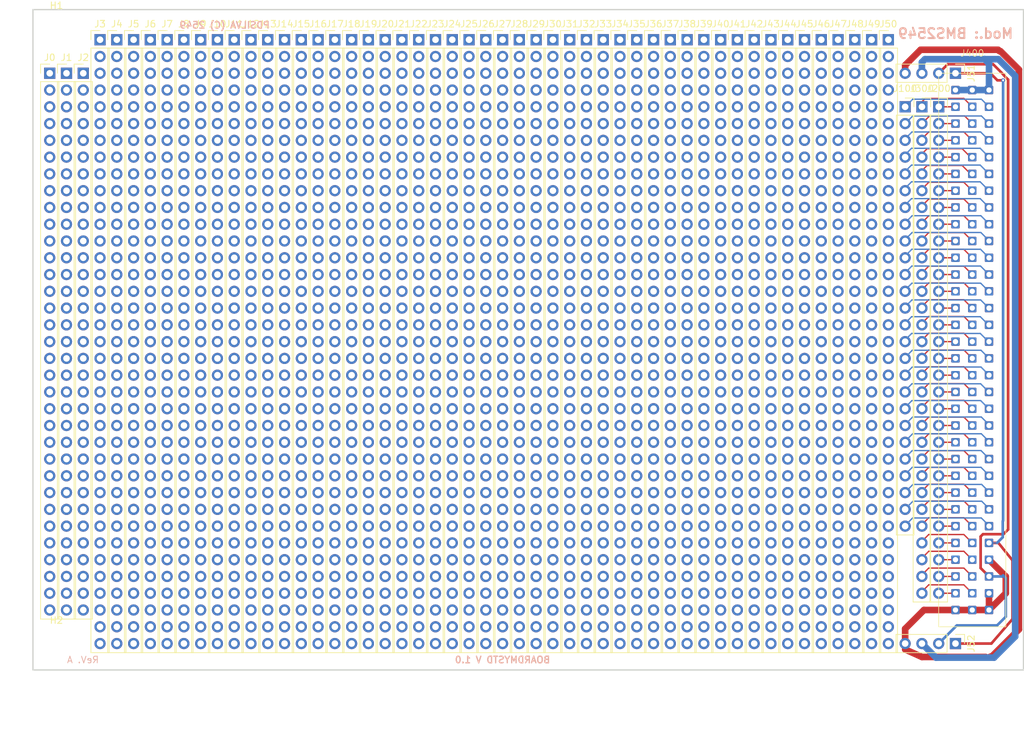
<source format=kicad_pcb>
(kicad_pcb (version 20241229) (generator "pcbnew") (generator_version "9.0")
  (layers (0 "F.Cu" signal) (2 "B.Cu" signal) (13 "F.Paste" user) (15 "B.Paste" user) (5 "F.SilkS" user "F.Silkscreen") (7 "B.SilkS" user "B.Silkscreen") (1 "F.Mask" user) (3 "B.Mask" user) (25 "Edge.Cuts" user))
  (net 0 "")
  (net 1810 "/{slash}WAIT")
  (net 1811 "/Res2")
  (net 1812 "/Res6")
  (net 1813 "/{slash}BERR")
  (net 1814 "/Res11")
  (net 1815 "/{slash}RFSH")
  (net 1816 "/Res8")
  (net 1817 "/Res7")
  (net 1818 "/{slash}VPA")
  (net 1819 "/{slash}SSO")
  (net 1820 "/{slash}LDS")
  (net 1821 "/Res3")
  (net 1822 "/{slash}DEN")
  (net 1823 "/{slash}UDS")
  (net 1824 "/{slash}VMA")
  (net 1825 "/{slash}INTA")
  (net 1826 "/{slash}BGACK")
  (net 1827 "/Res4")
  (net 1828 "/Res1")
  (net 1829 "/Res10")
  (net 1830 "/{slash}M1")
  (net 1831 "/Res5")
  (net 1832 "/ALE")
  (net 1833 "/DT{slash}R")
  (net 1834 "/Res9")
  (net 1835 "/M{slash}IO")
  (net 1836 "/A1")
  (net 1837 "/A7")
  (net 1838 "/A0")
  (net 1839 "/D5")
  (net 1840 "/D3")
  (net 1841 "/D10")
  (net 1842 "/D9")
  (net 1843 "/D14")
  (net 1844 "/A6")
  (net 1845 "/D1")
  (net 1846 "/A5")
  (net 1847 "/D8")
  (net 1848 "/A13")
  (net 1849 "/A2")
  (net 1850 "/D2")
  (net 1851 "/D12")
  (net 1852 "/A3")
  (net 1853 "/A11")
  (net 1854 "/D11")
  (net 1855 "/A9")
  (net 1856 "/A4")
  (net 1857 "/A10")
  (net 1858 "/D7")
  (net 1859 "/D15")
  (net 1860 "/A8")
  (net 1861 "/D0")
  (net 1862 "/D4")
  (net 1863 "/D6")
  (net 1864 "/D13")
  (net 1865 "/A12")
  (net 1866 "/IPL2")
  (net 1867 "/A17")
  (net 1868 "/A14")
  (net 1869 "/HLDA")
  (net 1870 "/Res12")
  (net 1871 "/{slash}RST")
  (net 1872 "/{slash}INTR")
  (net 1873 "/IAQ")
  (net 1874 "/A16")
  (net 1875 "/DBIN")
  (net 1876 "/E")
  (net 1877 "/IC3")
  (net 1878 "/A20")
  (net 1879 "/A21")
  (net 1880 "/IPL1")
  (net 1881 "/{slash}AS")
  (net 1882 "/RDY")
  (net 1883 "/CRUIN")
  (net 1884 "/{slash}WE")
  (net 1885 "/NMI")
  (net 1886 "/CRUCLK")
  (net 1887 "/{slash}RD")
  (net 1888 "/IPL0")
  (net 1889 "/A22")
  (net 1890 "/{slash}HALT")
  (net 1891 "/A15")
  (net 1892 "/A18")
  (net 1893 "/CRUOUT")
  (net 1894 "/A19")
  (net 1895 "/+5V")
  (net 1896 "/{slash}HOLD")
  (net 1897 "/-5V")
  (net 1898 "GND")
  (net 1899 "/+12V")
  (footprint "Connector_PinHeader_2.54mm:PinHeader_1x37_P2.54mm_Vertical" (layer "F.Cu") (at 38.1 35.56)
    (property "Reference" "J8")
    (property "Value" "Conn_01x37_Socket")
  )
  (footprint "Connector_PinHeader_2.54mm:PinHeader_1x37_P2.54mm_Vertical" (layer "F.Cu") (at 124.46 35.56)
    (property "Reference" "J42")
    (property "Value" "Conn_01x37_Socket")
  )
  (footprint "Connector_PinHeader_2.54mm:PinHeader_1x37_P2.54mm_Vertical" (layer "F.Cu") (at 30.48 35.56)
    (property "Reference" "J5")
    (property "Value" "Conn_01x37_Socket")
  )
  (footprint "Connector_PinHeader_2.54mm:PinHeader_1x37_P2.54mm_Vertical" (layer "F.Cu") (at 109.22 35.56)
    (property "Reference" "J36")
    (property "Value" "Conn_01x37_Socket")
  )
  (footprint "Connector_PinHeader_2.54mm:PinHeader_1x37_P2.54mm_Vertical" (layer "F.Cu") (at 25.4 35.56)
    (property "Reference" "J3")
    (property "Value" "Conn_01x37_Socket")
  )
  (footprint "Connector_PinHeader_2.54mm:PinHeader_1x37_P2.54mm_Vertical" (layer "F.Cu") (at 48.26 35.56)
    (property "Reference" "J12")
    (property "Value" "Conn_01x37_Socket")
  )
  (footprint "Connector_PinHeader_2.54mm:PinHeader_1x37_P2.54mm_Vertical" (layer "F.Cu") (at 101.6 35.56)
    (property "Reference" "J33")
    (property "Value" "Conn_01x37_Socket")
  )
  (footprint "Connector_PinHeader_2.54mm:PinHeader_1x33_P2.54mm_Vertical" (layer "F.Cu") (at 22.86 40.64)
    (property "Reference" "J2")
    (property "Value" "Conn_01x33_Socket")
  )
  (footprint "Connector_PinHeader_2.54mm:PinHeader_1x37_P2.54mm_Vertical" (layer "F.Cu") (at 68.58 35.56)
    (property "Reference" "J20")
    (property "Value" "Conn_01x37_Socket")
  )
  (footprint "Connector_PinHeader_2.54mm:PinHeader_1x37_P2.54mm_Vertical" (layer "F.Cu") (at 83.82 35.56)
    (property "Reference" "J26")
    (property "Value" "Conn_01x37_Socket")
  )
  (footprint "Connector_PinHeader_2.54mm:PinHeader_1x37_P2.54mm_Vertical" (layer "F.Cu") (at 60.96 35.56)
    (property "Reference" "J17")
    (property "Value" "Conn_01x37_Socket")
  )
  (footprint "Connector_PinHeader_2.54mm:PinHeader_1x37_P2.54mm_Vertical" (layer "F.Cu") (at 139.7 35.56)
    (property "Reference" "J48")
    (property "Value" "Conn_01x37_Socket")
  )
  (footprint "Connector_PinHeader_2.54mm:PinHeader_1x37_P2.54mm_Vertical" (layer "F.Cu") (at 88.9 35.56)
    (property "Reference" "J28")
    (property "Value" "Conn_01x37_Socket")
  )
  (footprint "Connector_PinHeader_2.54mm:PinHeader_1x37_P2.54mm_Vertical" (layer "F.Cu") (at 137.16 35.56)
    (property "Reference" "J47")
    (property "Value" "Conn_01x37_Socket")
  )
  (footprint "Connector_PinHeader_2.54mm:PinHeader_1x37_P2.54mm_Vertical" (layer "F.Cu") (at 78.74 35.56)
    (property "Reference" "J24")
    (property "Value" "Conn_01x37_Socket")
  )
  (footprint "Connector_PinHeader_2.54mm:PinHeader_1x37_P2.54mm_Vertical" (layer "F.Cu") (at 111.76 35.56)
    (property "Reference" "J37")
    (property "Value" "Conn_01x37_Socket")
  )
  (footprint "Connector_PinHeader_2.54mm:PinHeader_1x37_P2.54mm_Vertical" (layer "F.Cu") (at 86.36 35.56)
    (property "Reference" "J27")
    (property "Value" "Conn_01x37_Socket")
  )
  (footprint "Connector_PinHeader_2.54mm:PinHeader_1x37_P2.54mm_Vertical" (layer "F.Cu") (at 71.12 35.56)
    (property "Reference" "J21")
    (property "Value" "Conn_01x37_Socket")
  )
  (footprint "Connector_PinHeader_2.54mm:PinHeader_1x37_P2.54mm_Vertical" (layer "F.Cu") (at 50.8 35.56)
    (property "Reference" "J13")
    (property "Value" "Conn_01x37_Socket")
  )
  (footprint "Connector_PinHeader_2.54mm:PinHeader_1x37_P2.54mm_Vertical" (layer "F.Cu") (at 76.2 35.56)
    (property "Reference" "J23")
    (property "Value" "Conn_01x37_Socket")
  )
  (footprint "Connector_PinHeader_2.54mm:PinHeader_1x37_P2.54mm_Vertical" (layer "F.Cu") (at 134.62 35.56)
    (property "Reference" "J46")
    (property "Value" "Conn_01x37_Socket")
  )
  (footprint "Connector_PinSocket_2.54mm:PinSocket_1x26_P2.54mm_Vertical" (layer "F.Cu") (at 147.32 45.72)
    (property "Reference" "J100")
    (property "Value" "Conn_01x26_Socket")
  )
  (footprint "Connector_PinHeader_2.54mm:PinHeader_1x37_P2.54mm_Vertical" (layer "F.Cu") (at 129.54 35.56)
    (property "Reference" "J44")
    (property "Value" "Conn_01x37_Socket")
  )
  (footprint "Connector_PinHeader_2.54mm:PinHeader_1x37_P2.54mm_Vertical" (layer "F.Cu") (at 114.3 35.56)
    (property "Reference" "J38")
    (property "Value" "Conn_01x37_Socket")
  )
  (footprint "Connector_PinHeader_2.54mm:PinHeader_1x37_P2.54mm_Vertical" (layer "F.Cu") (at 91.44 35.56)
    (property "Reference" "J29")
    (property "Value" "Conn_01x37_Socket")
  )
  (footprint "Connector_PinHeader_2.54mm:PinHeader_1x37_P2.54mm_Vertical" (layer "F.Cu") (at 116.84 35.56)
    (property "Reference" "J39")
    (property "Value" "Conn_01x37_Socket")
  )
  (footprint "Connector_PinHeader_2.54mm:PinHeader_1x37_P2.54mm_Vertical" (layer "F.Cu") (at 73.66 35.56)
    (property "Reference" "J22")
    (property "Value" "Conn_01x37_Socket")
  )
  (footprint "Connector_PinHeader_2.54mm:PinHeader_1x04_P2.54mm_Vertical" (layer "F.Cu") (at 154.94 127 -90)
    (property "Reference" "J52")
    (property "Value" "Conn_01x04_Socket")
  )
  (footprint "Connector_PinHeader_2.54mm:PinHeader_1x37_P2.54mm_Vertical" (layer "F.Cu") (at 43.18 35.56)
    (property "Reference" "J10")
    (property "Value" "Conn_01x37_Socket")
  )
  (footprint "Connector_PinHeader_2.54mm:PinHeader_1x37_P2.54mm_Vertical" (layer "F.Cu") (at 121.92 35.56)
    (property "Reference" "J41")
    (property "Value" "Conn_01x37_Socket")
  )
  (footprint "MountingHole:MountingHole_3.2mm_M3" (layer "F.Cu") (at 18.796 34.544)
    (property "Reference" "H1")
    (property "Value" "MountingHole")
  )
  (footprint "Connector_PinHeader_2.54mm:PinHeader_1x37_P2.54mm_Vertical" (layer "F.Cu") (at 96.52 35.56)
    (property "Reference" "J31")
    (property "Value" "Conn_01x37_Socket")
  )
  (footprint "Connector_PinHeader_2.54mm:PinHeader_1x37_P2.54mm_Vertical" (layer "F.Cu") (at 55.88 35.56)
    (property "Reference" "J15")
    (property "Value" "Conn_01x37_Socket")
  )
  (footprint "Connector_PinHeader_2.54mm:PinHeader_1x37_P2.54mm_Vertical" (layer "F.Cu") (at 40.64 35.56)
    (property "Reference" "J9")
    (property "Value" "Conn_01x37_Socket")
  )
  (footprint "Connector_PinHeader_2.54mm:PinHeader_1x37_P2.54mm_Vertical" (layer "F.Cu") (at 106.68 35.56)
    (property "Reference" "J35")
    (property "Value" "Conn_01x37_Socket")
  )
  (footprint "Connector_PinHeader_2.54mm:PinHeader_1x37_P2.54mm_Vertical" (layer "F.Cu") (at 127 35.56)
    (property "Reference" "J43")
    (property "Value" "Conn_01x37_Socket")
  )
  (footprint "Connector_PinHeader_2.54mm:PinHeader_1x04_P2.54mm_Vertical" (layer "F.Cu") (at 154.94 40.64 -90)
    (property "Reference" "J51")
    (property "Value" "Conn_01x04_Socket")
  )
  (footprint "MountingHole:MountingHole_3.2mm_M3" (layer "F.Cu") (at 18.796 127.635)
    (property "Reference" "H2")
    (property "Value" "MountingHole")
  )
  (footprint "Connector_PinHeader_2.54mm:PinHeader_1x37_P2.54mm_Vertical" (layer "F.Cu") (at 142.24 35.56)
    (property "Reference" "J49")
    (property "Value" "Conn_01x37_Socket")
  )
  (footprint "Connector_PinHeader_2.54mm:PinHeader_1x37_P2.54mm_Vertical" (layer "F.Cu") (at 132.08 35.56)
    (property "Reference" "J45")
    (property "Value" "Conn_01x37_Socket")
  )
  (footprint "Connector_PinHeader_2.54mm:PinHeader_1x37_P2.54mm_Vertical" (layer "F.Cu") (at 35.56 35.56)
    (property "Reference" "J7")
    (property "Value" "Conn_01x37_Socket")
  )
  (footprint "Connector_PinHeader_2.54mm:PinHeader_1x37_P2.54mm_Vertical" (layer "F.Cu") (at 81.28 35.56)
    (property "Reference" "J25")
    (property "Value" "Conn_01x37_Socket")
  )
  (footprint "Connector_PinSocket_2.54mm:PinSocket_1x30_P2.54mm_Vertical" (layer "F.Cu") (at 149.86 45.72)
    (property "Reference" "J300")
    (property "Value" "Conn_01x30_Socket")
  )
  (footprint "Connector_PinHeader_2.54mm:PinHeader_1x33_P2.54mm_Vertical" (layer "F.Cu") (at 20.32 40.64)
    (property "Reference" "J1")
    (property "Value" "Conn_01x33_Socket")
  )
  (footprint "Connector_PinHeader_2.54mm:PinHeader_1x37_P2.54mm_Vertical" (layer "F.Cu") (at 27.94 35.56)
    (property "Reference" "J4")
    (property "Value" "Conn_01x37_Socket")
  )
  (footprint "Connector_PinHeader_2.54mm:PinHeader_1x37_P2.54mm_Vertical" (layer "F.Cu") (at 119.38 35.56)
    (property "Reference" "J40")
    (property "Value" "Conn_01x37_Socket")
  )
  (footprint "Connector_PinHeader_2.54mm:PinHeader_1x37_P2.54mm_Vertical" (layer "F.Cu") (at 33.02 35.56)
    (property "Reference" "J6")
    (property "Value" "Conn_01x37_Socket")
  )
  (footprint "Connector_PinHeader_2.54mm:PinHeader_1x37_P2.54mm_Vertical" (layer "F.Cu") (at 144.78 35.56)
    (property "Reference" "J50")
    (property "Value" "Conn_01x37_Socket")
  )
  (footprint "Connector_PinSocket_2.54mm:PinSocket_1x30_P2.54mm_Vertical" (layer "F.Cu") (at 152.4 45.72)
    (property "Reference" "J200")
    (property "Value" "Conn_01x30_Socket")
  )
  (footprint "Connector_PinHeader_2.54mm:PinHeader_1x37_P2.54mm_Vertical" (layer "F.Cu") (at 45.72 35.56)
    (property "Reference" "J11")
    (property "Value" "Conn_01x37_Socket")
  )
  (footprint "Connector_PinHeader_2.54mm:PinHeader_1x37_P2.54mm_Vertical" (layer "F.Cu") (at 99.06 35.56)
    (property "Reference" "J32")
    (property "Value" "Conn_01x37_Socket")
  )
  (footprint "Connector_PinHeader_2.54mm:PinHeader_1x37_P2.54mm_Vertical" (layer "F.Cu") (at 93.98 35.56)
    (property "Reference" "J30")
    (property "Value" "Conn_01x37_Socket")
  )
  (footprint "Connector_PinHeader_2.54mm:PinHeader_1x37_P2.54mm_Vertical" (layer "F.Cu") (at 53.34 35.56)
    (property "Reference" "J14")
    (property "Value" "Conn_01x37_Socket")
  )
  (footprint "Connector_PinHeader_2.54mm:PinHeader_1x37_P2.54mm_Vertical" (layer "F.Cu") (at 104.14 35.56)
    (property "Reference" "J34")
    (property "Value" "Conn_01x37_Socket")
  )
  (footprint "Connector_PinHeader_2.54mm:PinHeader_1x37_P2.54mm_Vertical" (layer "F.Cu") (at 66.04 35.56)
    (property "Reference" "J19")
    (property "Value" "Conn_01x37_Socket")
  )
  (footprint "Connector_PinHeader_2.54mm:PinHeader_1x37_P2.54mm_Vertical" (layer "F.Cu") (at 63.5 35.56)
    (property "Reference" "J18")
    (property "Value" "Conn_01x37_Socket" (hide yes))
  )
  (footprint "Connector_PinHeader_2.54mm:PinHeader_1x37_P2.54mm_Vertical" (layer "F.Cu") (at 58.42 35.56)
    (property "Reference" "J16")
    (property "Value" "Conn_01x37_Socket")
  )
  (footprint "Connector_PinHeader_2.54mm:PinHeader_1x33_P2.54mm_Vertical" (layer "F.Cu") (at 17.78 40.64)
    (property "Reference" "J0")
    (property "Value" "Conn_01x33_Socket")
  )
  (footprint "ConnPdSilva:conn_euro96" (layer "F.Cu") (at 157.48 38.1)
    (property "Reference" "J400")
    (property "Value" "~")
  )
  (gr_rect (start 15.24 31) (end 165.24 131) (stroke (width 0.2)) (fill no) (layer "Edge.Cuts"))
  (gr_text "ReV. A" (at 25.2984 130.048 0) (layer "B.SilkS") (effects (font (size 1 1) (thickness 0.125)) (justify left bottom mirror)))
  (gr_text "PDSILVA (C) 2549" (at 51.2064 33.9344 0) (layer "B.SilkS") (effects (font (size 1 1) (thickness 0.2) (bold yes)) (justify left bottom mirror)))
  (gr_text "Mod.: BMS2549" (at 163.83 35.5092 0) (layer "B.SilkS") (effects (font (size 1.5 1.5) (thickness 0.3) (bold yes)) (justify left bottom mirror)))
  (gr_text "BOARDMYSTD V 1.0" (at 93.6752 130.048 0) (layer "B.SilkS") (effects (font (size 1 1) (thickness 0.2) (bold yes)) (justify left bottom mirror)))
  (segment (start 148.3527 74.9641) (end 158.7507 74.9641) (width 0.2) (layer "B.Cu") (net 1810))
  (segment (start 147.2017 76.1151) (end 148.3527 74.9641) (width 0.2) (layer "B.Cu") (net 1810))
  (segment (start 158.7507 74.9641) (end 159.9017 76.1151) (width 0.2) (layer "B.Cu") (net 1810))
  (segment (start 158.8015 85.1241) (end 159.9525 86.2751) (width 0.2) (layer "B.Cu") (net 1811))
  (segment (start 147.2525 86.2751) (end 148.4035 85.1241) (width 0.2) (layer "B.Cu") (net 1811))
  (segment (start 148.4035 85.1241) (end 158.8015 85.1241) (width 0.2) (layer "B.Cu") (net 1811))
  (segment (start 158.8523 95.2333) (end 160.0033 96.3843) (width 0.2) (layer "B.Cu") (net 1812))
  (segment (start 148.4543 95.2333) (end 158.8523 95.2333) (width 0.2) (layer "B.Cu") (net 1812))
  (segment (start 147.3033 96.3843) (end 148.4543 95.2333) (width 0.2) (layer "B.Cu") (net 1812))
  (segment (start 147.201 50.681) (end 148.352 49.53) (width 0.2) (layer "B.Cu") (net 1813))
  (segment (start 158.75 49.53) (end 159.901 50.681) (width 0.2) (layer "B.Cu") (net 1813))
  (segment (start 148.352 49.53) (end 158.75 49.53) (width 0.2) (layer "B.Cu") (net 1813))
  (segment (start 147.3033 109.1351) (end 148.4543 107.9841) (width 0.2) (layer "B.Cu") (net 1814))
  (segment (start 158.8523 107.9841) (end 160.0033 109.1351) (width 0.2) (layer "B.Cu") (net 1814))
  (segment (start 148.4543 107.9841) (end 158.8523 107.9841) (width 0.2) (layer "B.Cu") (net 1814))
  (segment (start 147.1509 81.1951) (end 148.3019 80.0441) (width 0.2) (layer "B.Cu") (net 1815))
  (segment (start 148.3019 80.0441) (end 158.6999 80.0441) (width 0.2) (layer "B.Cu") (net 1815))
  (segment (start 158.6999 80.0441) (end 159.8509 81.1951) (width 0.2) (layer "B.Cu") (net 1815))
  (segment (start 147.2525 101.4643) (end 148.4035 100.3133) (width 0.2) (layer "B.Cu") (net 1816))
  (segment (start 158.8015 100.3133) (end 159.9525 101.4643) (width 0.2) (layer "B.Cu") (net 1816))
  (segment (start 148.4035 100.3133) (end 158.8015 100.3133) (width 0.2) (layer "B.Cu") (net 1816))
  (segment (start 147.2525 98.9243) (end 148.4035 97.7733) (width 0.2) (layer "B.Cu") (net 1817))
  (segment (start 158.8015 97.7733) (end 159.9525 98.9243) (width 0.2) (layer "B.Cu") (net 1817))
  (segment (start 148.4035 97.7733) (end 158.8015 97.7733) (width 0.2) (layer "B.Cu") (net 1817))
  (segment (start 158.869 47.109) (end 160.02 48.26) (width 0.2) (layer "B.Cu") (net 1818))
  (segment (start 148.471 47.109) (end 158.869 47.109) (width 0.2) (layer "B.Cu") (net 1818))
  (segment (start 147.32 48.26) (end 148.471 47.109) (width 0.2) (layer "B.Cu") (net 1818))
  (segment (start 147.2017 73.5751) (end 148.3527 72.4241) (width 0.2) (layer "B.Cu") (net 1819))
  (segment (start 148.3527 72.4241) (end 158.7507 72.4241) (width 0.2) (layer "B.Cu") (net 1819))
  (segment (start 158.7507 72.4241) (end 159.9017 73.5751) (width 0.2) (layer "B.Cu") (net 1819))
  (segment (start 158.6825 54.5425) (end 159.8335 55.6935) (width 0.2) (layer "B.Cu") (net 1820))
  (segment (start 147.1335 55.6935) (end 148.2845 54.5425) (width 0.2) (layer "B.Cu") (net 1820))
  (segment (start 148.2845 54.5425) (end 158.6825 54.5425) (width 0.2) (layer "B.Cu") (net 1820))
  (segment (start 147.2017 88.8151) (end 148.3527 87.6641) (width 0.2) (layer "B.Cu") (net 1821))
  (segment (start 158.7507 87.6641) (end 159.9017 88.8151) (width 0.2) (layer "B.Cu") (net 1821))
  (segment (start 148.3527 87.6641) (end 158.7507 87.6641) (width 0.2) (layer "B.Cu") (net 1821))
  (segment (start 147.2351 65.9043) (end 148.3861 64.7533) (width 0.2) (layer "B.Cu") (net 1822))
  (segment (start 148.3861 64.7533) (end 158.7841 64.7533) (width 0.2) (layer "B.Cu") (net 1822))
  (segment (start 158.7841 64.7533) (end 159.9351 65.9043) (width 0.2) (layer "B.Cu") (net 1822))
  (segment (start 158.6825 57.0825) (end 159.8335 58.2335) (width 0.2) (layer "B.Cu") (net 1823))
  (segment (start 148.2845 57.0825) (end 158.6825 57.0825) (width 0.2) (layer "B.Cu") (net 1823))
  (segment (start 147.1335 58.2335) (end 148.2845 57.0825) (width 0.2) (layer "B.Cu") (net 1823))
  (segment (start 148.471 44.569) (end 158.869 44.569) (width 0.2) (layer "B.Cu") (net 1824))
  (segment (start 158.869 44.569) (end 160.02 45.72) (width 0.2) (layer "B.Cu") (net 1824))
  (segment (start 147.32 45.72) (end 148.471 44.569) (width 0.2) (layer "B.Cu") (net 1824))
  (segment (start 147.1335 60.7735) (end 148.2845 59.6225) (width 0.2) (layer "B.Cu") (net 1825))
  (segment (start 148.2845 59.6225) (end 158.6825 59.6225) (width 0.2) (layer "B.Cu") (net 1825))
  (segment (start 158.6825 59.6225) (end 159.8335 60.7735) (width 0.2) (layer "B.Cu") (net 1825))
  (segment (start 158.6825 52.0025) (end 159.8335 53.1535) (width 0.2) (layer "B.Cu") (net 1826))
  (segment (start 148.2845 52.0025) (end 158.6825 52.0025) (width 0.2) (layer "B.Cu") (net 1826))
  (segment (start 147.1335 53.1535) (end 148.2845 52.0025) (width 0.2) (layer "B.Cu") (net 1826))
  (segment (start 148.3527 90.2041) (end 158.7507 90.2041) (width 0.2) (layer "B.Cu") (net 1827))
  (segment (start 158.7507 90.2041) (end 159.9017 91.3551) (width 0.2) (layer "B.Cu") (net 1827))
  (segment (start 147.2017 91.3551) (end 148.3527 90.2041) (width 0.2) (layer "B.Cu") (net 1827))
  (segment (start 148.4035 82.5841) (end 158.8015 82.5841) (width 0.2) (layer "B.Cu") (net 1828))
  (segment (start 147.2525 83.7351) (end 148.4035 82.5841) (width 0.2) (layer "B.Cu") (net 1828))
  (segment (start 158.8015 82.5841) (end 159.9525 83.7351) (width 0.2) (layer "B.Cu") (net 1828))
  (segment (start 147.3541 106.5951) (end 148.5051 105.4441) (width 0.2) (layer "B.Cu") (net 1829))
  (segment (start 148.5051 105.4441) (end 158.9031 105.4441) (width 0.2) (layer "B.Cu") (net 1829))
  (segment (start 158.9031 105.4441) (end 160.0541 106.5951) (width 0.2) (layer "B.Cu") (net 1829))
  (segment (start 158.6999 77.5041) (end 159.8509 78.6551) (width 0.2) (layer "B.Cu") (net 1830))
  (segment (start 148.3019 77.5041) (end 158.6999 77.5041) (width 0.2) (layer "B.Cu") (net 1830))
  (segment (start 147.1509 78.6551) (end 148.3019 77.5041) (width 0.2) (layer "B.Cu") (net 1830))
  (segment (start 148.4543 92.6933) (end 158.8523 92.6933) (width 0.2) (layer "B.Cu") (net 1831))
  (segment (start 147.3033 93.8443) (end 148.4543 92.6933) (width 0.2) (layer "B.Cu") (net 1831))
  (segment (start 158.8523 92.6933) (end 160.0033 93.8443) (width 0.2) (layer "B.Cu") (net 1831))
  (segment (start 147.2351 63.3643) (end 148.3861 62.2133) (width 0.2) (layer "B.Cu") (net 1832))
  (segment (start 158.7841 62.2133) (end 159.9351 63.3643) (width 0.2) (layer "B.Cu") (net 1832))
  (segment (start 148.3861 62.2133) (end 158.7841 62.2133) (width 0.2) (layer "B.Cu") (net 1832))
  (segment (start 148.3353 67.2933) (end 158.7333 67.2933) (width 0.2) (layer "B.Cu") (net 1833))
  (segment (start 158.7333 67.2933) (end 159.8843 68.4443) (width 0.2) (layer "B.Cu") (net 1833))
  (segment (start 147.1843 68.4443) (end 148.3353 67.2933) (width 0.2) (layer "B.Cu") (net 1833))
  (segment (start 158.9031 102.9041) (end 160.0541 104.0551) (width 0.2) (layer "B.Cu") (net 1834))
  (segment (start 147.3541 104.0551) (end 148.5051 102.9041) (width 0.2) (layer "B.Cu") (net 1834))
  (segment (start 148.5051 102.9041) (end 158.9031 102.9041) (width 0.2) (layer "B.Cu") (net 1834))
  (segment (start 158.7333 69.8333) (end 159.8843 70.9843) (width 0.2) (layer "B.Cu") (net 1835))
  (segment (start 148.3353 69.8333) (end 158.7333 69.8333) (width 0.2) (layer "B.Cu") (net 1835))
  (segment (start 147.1843 70.9843) (end 148.3353 69.8333) (width 0.2) (layer "B.Cu") (net 1835))
  (segment (start 154.94 88.9) (end 152.4 88.9) (width 0.2) (layer "F.Cu") (net 1836))
  (segment (start 154.94 104.14) (end 152.4 104.14) (width 0.2) (layer "F.Cu") (net 1837))
  (segment (start 152.4 86.36) (end 154.94 86.36) (width 0.2) (layer "F.Cu") (net 1838))
  (segment (start 152.4 58.42) (end 154.94 58.42) (width 0.2) (layer "F.Cu") (net 1839))
  (segment (start 152.4 53.34) (end 154.94 53.34) (width 0.2) (layer "F.Cu") (net 1840))
  (segment (start 154.94 71.12) (end 152.4 71.12) (width 0.2) (layer "F.Cu") (net 1841))
  (segment (start 152.4 68.58) (end 154.94 68.58) (width 0.2) (layer "F.Cu") (net 1842))
  (segment (start 154.94 81.28) (end 152.4 81.28) (width 0.2) (layer "F.Cu") (net 1843))
  (segment (start 152.4 101.6) (end 154.94 101.6) (width 0.2) (layer "F.Cu") (net 1844))
  (segment (start 152.4 48.26) (end 154.94 48.26) (width 0.2) (layer "F.Cu") (net 1845))
  (segment (start 154.94 99.06) (end 152.4 99.06) (width 0.2) (layer "F.Cu") (net 1846))
  (segment (start 154.94 66.04) (end 152.4 66.04) (width 0.2) (layer "F.Cu") (net 1847))
  (segment (start 154.94 119.38) (end 152.4 119.38) (width 0.2) (layer "F.Cu") (net 1848))
  (segment (start 152.4 91.44) (end 154.94 91.44) (width 0.2) (layer "F.Cu") (net 1849))
  (segment (start 152.4 50.8) (end 154.94 50.8) (width 0.2) (layer "F.Cu") (net 1850))
  (segment (start 154.94 76.2) (end 152.4 76.2) (width 0.2) (layer "F.Cu") (net 1851))
  (segment (start 152.4 93.98) (end 154.94 93.98) (width 0.2) (layer "F.Cu") (net 1852))
  (segment (start 154.94 114.3) (end 152.4 114.3) (width 0.2) (layer "F.Cu") (net 1853))
  (segment (start 152.4 73.66) (end 154.94 73.66) (width 0.2) (layer "F.Cu") (net 1854))
  (segment (start 154.94 109.22) (end 152.4 109.22) (width 0.2) (layer "F.Cu") (net 1855))
  (segment (start 152.4 96.52) (end 154.94 96.52) (width 0.2) (layer "F.Cu") (net 1856))
  (segment (start 152.4 111.76) (end 154.94 111.76) (width 0.2) (layer "F.Cu") (net 1857))
  (segment (start 152.4 63.5) (end 154.94 63.5) (width 0.2) (layer "F.Cu") (net 1858))
  (segment (start 152.4 83.82) (end 154.94 83.82) (width 0.2) (layer "F.Cu") (net 1859))
  (segment (start 152.4 106.68) (end 154.94 106.68) (width 0.2) (layer "F.Cu") (net 1860))
  (segment (start 152.4 45.72) (end 154.94 45.72) (width 0.2) (layer "F.Cu") (net 1861))
  (segment (start 154.94 55.88) (end 152.4 55.88) (width 0.2) (layer "F.Cu") (net 1862))
  (segment (start 154.94 60.96) (end 152.4 60.96) (width 0.2) (layer "F.Cu") (net 1863))
  (segment (start 152.4 78.74) (end 154.94 78.74) (width 0.2) (layer "F.Cu") (net 1864))
  (segment (start 152.4 116.84) (end 154.94 116.84) (width 0.2) (layer "F.Cu") (net 1865))
  (segment (start 156.21 80.01) (end 157.361 81.161) (width 0.2) (layer "F.Cu") (net 1866))
  (segment (start 150.892 80.01) (end 156.21 80.01) (width 0.2) (layer "F.Cu") (net 1866))
  (segment (start 149.741 81.161) (end 150.892 80.01) (width 0.2) (layer "F.Cu") (net 1866))
  (segment (start 156.21 110.49) (end 157.361 111.641) (width 0.2) (layer "F.Cu") (net 1867))
  (segment (start 150.892 110.49) (end 156.21 110.49) (width 0.2) (layer "F.Cu") (net 1867))
  (segment (start 149.741 111.641) (end 150.892 110.49) (width 0.2) (layer "F.Cu") (net 1867))
  (segment (start 156.21 118.11) (end 157.361 119.261) (width 0.2) (layer "F.Cu") (net 1868))
  (segment (start 150.892 118.11) (end 156.21 118.11) (width 0.2) (layer "F.Cu") (net 1868))
  (segment (start 149.741 119.261) (end 150.892 118.11) (width 0.2) (layer "F.Cu") (net 1868))
  (segment (start 150.892 90.17) (end 156.21 90.17) (width 0.2) (layer "F.Cu") (net 1869))
  (segment (start 149.741 91.321) (end 150.892 90.17) (width 0.2) (layer "F.Cu") (net 1869))
  (segment (start 156.21 90.17) (end 157.361 91.321) (width 0.2) (layer "F.Cu") (net 1869))
  (segment (start 150.892 95.25) (end 156.21 95.25) (width 0.2) (layer "F.Cu") (net 1870))
  (segment (start 149.741 96.401) (end 150.892 95.25) (width 0.2) (layer "F.Cu") (net 1870))
  (segment (start 156.21 95.25) (end 157.361 96.401) (width 0.2) (layer "F.Cu") (net 1870))
  (segment (start 156.21 87.63) (end 157.361 88.781) (width 0.2) (layer "F.Cu") (net 1871))
  (segment (start 149.741 88.781) (end 150.892 87.63) (width 0.2) (layer "F.Cu") (net 1871))
  (segment (start 150.892 87.63) (end 156.21 87.63) (width 0.2) (layer "F.Cu") (net 1871))
  (segment (start 156.21 59.69) (end 157.361 60.841) (width 0.2) (layer "F.Cu") (net 1872))
  (segment (start 149.741 60.841) (end 150.892 59.69) (width 0.2) (layer "F.Cu") (net 1872))
  (segment (start 150.892 59.69) (end 156.21 59.69) (width 0.2) (layer "F.Cu") (net 1872))
  (segment (start 150.892 57.15) (end 156.21 57.15) (width 0.2) (layer "F.Cu") (net 1873))
  (segment (start 156.21 57.15) (end 157.361 58.301) (width 0.2) (layer "F.Cu") (net 1873))
  (segment (start 149.741 58.301) (end 150.892 57.15) (width 0.2) (layer "F.Cu") (net 1873))
  (segment (start 150.892 113.03) (end 156.21 113.03) (width 0.2) (layer "F.Cu") (net 1874))
  (segment (start 156.21 113.03) (end 157.361 114.181) (width 0.2) (layer "F.Cu") (net 1874))
  (segment (start 149.741 114.181) (end 150.892 113.03) (width 0.2) (layer "F.Cu") (net 1874))
  (segment (start 150.638 54.61) (end 155.956 54.61) (width 0.2) (layer "F.Cu") (net 1875))
  (segment (start 155.956 54.61) (end 157.107 55.761) (width 0.2) (layer "F.Cu") (net 1875))
  (segment (start 149.487 55.761) (end 150.638 54.61) (width 0.2) (layer "F.Cu") (net 1875))
  (segment (start 156.21 44.45) (end 157.48 45.72) (width 0.2) (layer "F.Cu") (net 1876))
  (segment (start 150.368 44.45) (end 156.21 44.45) (width 0.2) (layer "F.Cu") (net 1876))
  (segment (start 149.86 44.958) (end 150.368 44.45) (width 0.2) (layer "F.Cu") (net 1876))
  (segment (start 149.86 45.72) (end 149.86 44.958) (width 0.2) (layer "F.Cu") (net 1876))
  (segment (start 149.741 78.621) (end 150.892 77.47) (width 0.2) (layer "F.Cu") (net 1877))
  (segment (start 156.21 77.47) (end 157.361 78.621) (width 0.2) (layer "F.Cu") (net 1877))
  (segment (start 150.892 77.47) (end 156.21 77.47) (width 0.2) (layer "F.Cu") (net 1877))
  (segment (start 150.892 102.87) (end 156.21 102.87) (width 0.2) (layer "F.Cu") (net 1878))
  (segment (start 156.21 102.87) (end 157.361 104.021) (width 0.2) (layer "F.Cu") (net 1878))
  (segment (start 149.741 104.021) (end 150.892 102.87) (width 0.2) (layer "F.Cu") (net 1878))
  (segment (start 150.892 100.33) (end 156.21 100.33) (width 0.2) (layer "F.Cu") (net 1879))
  (segment (start 156.21 100.33) (end 157.361 101.481) (width 0.2) (layer "F.Cu") (net 1879))
  (segment (start 149.741 101.481) (end 150.892 100.33) (width 0.2) (layer "F.Cu") (net 1879))
  (segment (start 156.21 82.55) (end 157.361 83.701) (width 0.2) (layer "F.Cu") (net 1880))
  (segment (start 150.892 82.55) (end 156.21 82.55) (width 0.2) (layer "F.Cu") (net 1880))
  (segment (start 149.741 83.701) (end 150.892 82.55) (width 0.2) (layer "F.Cu") (net 1880))
  (segment (start 150.892 67.31) (end 156.21 67.31) (width 0.2) (layer "F.Cu") (net 1881))
  (segment (start 149.741 68.461) (end 150.892 67.31) (width 0.2) (layer "F.Cu") (net 1881))
  (segment (start 156.21 67.31) (end 157.361 68.461) (width 0.2) (layer "F.Cu") (net 1881))
  (segment (start 149.741 71.001) (end 150.892 69.85) (width 0.2) (layer "F.Cu") (net 1882))
  (segment (start 156.21 69.85) (end 157.361 71.001) (width 0.2) (layer "F.Cu") (net 1882))
  (segment (start 150.892 69.85) (end 156.21 69.85) (width 0.2) (layer "F.Cu") (net 1882))
  (segment (start 150.892 49.53) (end 156.21 49.53) (width 0.2) (layer "F.Cu") (net 1883))
  (segment (start 149.741 50.681) (end 150.892 49.53) (width 0.2) (layer "F.Cu") (net 1883))
  (segment (start 156.21 49.53) (end 157.361 50.681) (width 0.2) (layer "F.Cu") (net 1883))
  (segment (start 150.892 74.93) (end 156.21 74.93) (width 0.2) (layer "F.Cu") (net 1884))
  (segment (start 149.741 76.081) (end 150.892 74.93) (width 0.2) (layer "F.Cu") (net 1884))
  (segment (start 156.21 74.93) (end 157.361 76.081) (width 0.2) (layer "F.Cu") (net 1884))
  (segment (start 149.741 63.381) (end 150.892 62.23) (width 0.2) (layer "F.Cu") (net 1885))
  (segment (start 150.892 62.23) (end 156.21 62.23) (width 0.2) (layer "F.Cu") (net 1885))
  (segment (start 156.21 62.23) (end 157.361 63.381) (width 0.2) (layer "F.Cu") (net 1885))
  (segment (start 151.011 47.109) (end 156.329 47.109) (width 0.2) (layer "F.Cu") (net 1886))
  (segment (start 149.86 48.26) (end 151.011 47.109) (width 0.2) (layer "F.Cu") (net 1886))
  (segment (start 156.329 47.109) (end 157.48 48.26) (width 0.2) (layer "F.Cu") (net 1886))
  (segment (start 149.741 73.541) (end 150.892 72.39) (width 0.2) (layer "F.Cu") (net 1887))
  (segment (start 150.892 72.39) (end 156.21 72.39) (width 0.2) (layer "F.Cu") (net 1887))
  (segment (start 156.21 72.39) (end 157.361 73.541) (width 0.2) (layer "F.Cu") (net 1887))
  (segment (start 150.892 85.09) (end 156.21 85.09) (width 0.2) (layer "F.Cu") (net 1888))
  (segment (start 149.741 86.241) (end 150.892 85.09) (width 0.2) (layer "F.Cu") (net 1888))
  (segment (start 156.21 85.09) (end 157.361 86.241) (width 0.2) (layer "F.Cu") (net 1888))
  (segment (start 150.892 97.79) (end 156.21 97.79) (width 0.2) (layer "F.Cu") (net 1889))
  (segment (start 149.741 98.941) (end 150.892 97.79) (width 0.2) (layer "F.Cu") (net 1889))
  (segment (start 156.21 97.79) (end 157.361 98.941) (width 0.2) (layer "F.Cu") (net 1889))
  (segment (start 150.892 92.71) (end 156.21 92.71) (width 0.2) (layer "F.Cu") (net 1890))
  (segment (start 156.21 92.71) (end 157.361 93.861) (width 0.2) (layer "F.Cu") (net 1890))
  (segment (start 149.741 93.861) (end 150.892 92.71) (width 0.2) (layer "F.Cu") (net 1890))
  (segment (start 156.21 115.57) (end 157.361 116.721) (width 0.2) (layer "F.Cu") (net 1891))
  (segment (start 150.892 115.57) (end 156.21 115.57) (width 0.2) (layer "F.Cu") (net 1891))
  (segment (start 149.741 116.721) (end 150.892 115.57) (width 0.2) (layer "F.Cu") (net 1891))
  (segment (start 149.741 109.101) (end 150.892 107.95) (width 0.2) (layer "F.Cu") (net 1892))
  (segment (start 156.21 107.95) (end 157.361 109.101) (width 0.2) (layer "F.Cu") (net 1892))
  (segment (start 150.892 107.95) (end 156.21 107.95) (width 0.2) (layer "F.Cu") (net 1892))
  (segment (start 155.956 52.07) (end 157.107 53.221) (width 0.2) (layer "F.Cu") (net 1893))
  (segment (start 149.487 53.221) (end 150.638 52.07) (width 0.2) (layer "F.Cu") (net 1893))
  (segment (start 150.638 52.07) (end 155.956 52.07) (width 0.2) (layer "F.Cu") (net 1893))
  (segment (start 150.892 105.41) (end 156.21 105.41) (width 0.2) (layer "F.Cu") (net 1894))
  (segment (start 156.21 105.41) (end 157.361 106.561) (width 0.2) (layer "F.Cu") (net 1894))
  (segment (start 149.741 106.561) (end 150.892 105.41) (width 0.2) (layer "F.Cu") (net 1894))
  (segment (start 160.02 43.18) (end 160.02 39.1668) (width 1) (layer "B.Cu") (net 1895))
  (segment (start 163.9824 125.9332) (end 163.9824 41.0464) (width 1) (layer "B.Cu") (net 1895))
  (segment (start 149.86 38.9636) (end 149.86 40.64) (width 1) (layer "B.Cu") (net 1895))
  (segment (start 157.48 43.18) (end 154.94 43.18) (width 1) (layer "B.Cu") (net 1895))
  (segment (start 160.782 129.1336) (end 163.9824 125.9332) (width 1) (layer "B.Cu") (net 1895))
  (segment (start 150.3172 38.5064) (end 149.86 38.9636) (width 1) (layer "B.Cu") (net 1895))
  (segment (start 160.02 39.1668) (end 159.3596 38.5064) (width 1) (layer "B.Cu") (net 1895))
  (segment (start 149.86 127) (end 151.9936 129.1336) (width 1) (layer "B.Cu") (net 1895))
  (segment (start 151.9936 129.1336) (end 160.782 129.1336) (width 1) (layer "B.Cu") (net 1895))
  (segment (start 161.4424 38.5064) (end 159.3596 38.5064) (width 1) (layer "B.Cu") (net 1895))
  (segment (start 163.9824 41.0464) (end 161.4424 38.5064) (width 1) (layer "B.Cu") (net 1895))
  (segment (start 159.3596 38.5064) (end 150.3172 38.5064) (width 1) (layer "B.Cu") (net 1895))
  (segment (start 157.48 43.18) (end 160.02 43.18) (width 1) (layer "B.Cu") (net 1895))
  (segment (start 156.21 64.77) (end 157.361 65.921) (width 0.2) (layer "F.Cu") (net 1896))
  (segment (start 149.741 65.921) (end 150.892 64.77) (width 0.2) (layer "F.Cu") (net 1896))
  (segment (start 150.892 64.77) (end 156.21 64.77) (width 0.2) (layer "F.Cu") (net 1896))
  (segment (start 162.2552 40.9448) (end 162.9156 41.6052) (width 0.4) (layer "F.Cu") (net 1897))
  (segment (start 160.6296 39.2684) (end 162.2552 40.894) (width 0.4) (layer "F.Cu") (net 1897))
  (segment (start 159.1056 110.4392) (end 158.75 110.7948) (width 0.4) (layer "F.Cu") (net 1897))
  (segment (start 162.2552 40.894) (end 162.2552 40.9448) (width 0.2) (layer "F.Cu") (net 1897))
  (segment (start 158.75 115.57) (end 160.02 116.84) (width 0.4) (layer "F.Cu") (net 1897))
  (segment (start 162.9156 41.6052) (end 162.9156 109.728) (width 0.4) (layer "F.Cu") (net 1897))
  (segment (start 158.75 110.7948) (end 158.75 115.57) (width 0.4) (layer "F.Cu") (net 1897))
  (segment (start 162.9156 109.728) (end 162.2044 110.4392) (width 0.4) (layer "F.Cu") (net 1897))
  (segment (start 153.7716 39.2684) (end 160.6296 39.2684) (width 0.4) (layer "F.Cu") (net 1897))
  (segment (start 152.4 40.64) (end 153.7716 39.2684) (width 0.4) (layer "F.Cu") (net 1897))
  (segment (start 162.2044 110.4392) (end 159.1056 110.4392) (width 0.4) (layer "F.Cu") (net 1897))
  (segment (start 152.4 127) (end 155.1432 124.2568) (width 0.4) (layer "B.Cu") (net 1897))
  (segment (start 162.0012 116.84) (end 160.02 116.84) (width 0.4) (layer "B.Cu") (net 1897))
  (segment (start 162.56 122.936) (end 162.56 117.094) (width 0.4) (layer "B.Cu") (net 1897))
  (segment (start 155.1432 124.2568) (end 161.2392 124.2568) (width 0.4) (layer "B.Cu") (net 1897))
  (segment (start 161.2392 124.2568) (end 162.56 122.936) (width 0.4) (layer "B.Cu") (net 1897))
  (segment (start 162.1536 116.6876) (end 162.0012 116.84) (width 0.4) (layer "B.Cu") (net 1897))
  (segment (start 162.56 117.094) (end 162.1536 116.6876) (width 0.4) (layer "B.Cu") (net 1897))
  (segment (start 147.32 127) (end 147.32 124.7648) (width 1) (layer "F.Cu") (net 1898))
  (segment (start 147.32 39.4208) (end 149.6568 37.084) (width 1) (layer "F.Cu") (net 1898))
  (segment (start 160.02 121.92) (end 160.02 119.38) (width 1) (layer "F.Cu") (net 1898))
  (segment (start 162.56 116.84) (end 162.56 119.38) (width 1) (layer "F.Cu") (net 1898))
  (segment (start 161.5948 37.2872) (end 161.7472 37.2872) (width 0.2) (layer "F.Cu") (net 1898))
  (segment (start 162.56 119.38) (end 160.02 121.92) (width 1) (layer "F.Cu") (net 1898))
  (segment (start 164.5412 124.8664) (end 160.4264 128.9812) (width 1) (layer "F.Cu") (net 1898))
  (segment (start 147.32 127.894206) (end 147.32 127) (width 0.2) (layer "F.Cu") (net 1898))
  (segment (start 157.48 121.92) (end 154.94 121.92) (width 1) (layer "F.Cu") (net 1898))
  (segment (start 147.32 124.7648) (end 150.1648 121.92) (width 1) (layer "F.Cu") (net 1898))
  (segment (start 149.86 129.032) (end 147.32 127.894206) (width 1) (layer "F.Cu") (net 1898))
  (segment (start 164.5412 40.0812) (end 164.5412 124.8664) (width 1) (layer "F.Cu") (net 1898))
  (segment (start 160.4264 128.9812) (end 160.2232 128.9812) (width 1) (layer "F.Cu") (net 1898))
  (segment (start 149.6568 37.084) (end 161.3916 37.084) (width 1) (layer "F.Cu") (net 1898))
  (segment (start 147.32 40.64) (end 147.32 39.4208) (width 1) (layer "F.Cu") (net 1898))
  (segment (start 157.48 121.92) (end 160.02 121.92) (width 1) (layer "F.Cu") (net 1898))
  (segment (start 159.516606 129.032) (end 149.86 129.032) (width 1) (layer "F.Cu") (net 1898))
  (segment (start 160.02 114.3) (end 162.56 116.84) (width 1) (layer "F.Cu") (net 1898))
  (segment (start 161.7472 37.2872) (end 164.5412 40.0812) (width 1) (layer "F.Cu") (net 1898))
  (segment (start 161.3916 37.084) (end 161.5948 37.2872) (width 1) (layer "F.Cu") (net 1898))
  (segment (start 150.1648 121.92) (end 154.94 121.92) (width 1) (layer "F.Cu") (net 1898))
  (segment (start 160.2232 40.64) (end 154.94 40.64) (width 0.4) (layer "F.Cu") (net 1899))
  (segment (start 162.1536 41.7068) (end 161.29 41.7068) (width 0.4) (layer "F.Cu") (net 1899))
  (segment (start 161.4424 111.76) (end 163.576 114.4016) (width 0.4) (layer "F.Cu") (net 1899))
  (segment (start 160.02 111.76) (end 161.4424 111.76) (width 0.4) (layer "F.Cu") (net 1899))
  (segment (start 160.3756 127) (end 154.94 127) (width 0.4) (layer "F.Cu") (net 1899))
  (segment (start 163.576 123.2916) (end 160.3756 127) (width 0.4) (layer "F.Cu") (net 1899))
  (segment (start 163.576 114.4016) (end 163.576 123.2916) (width 0.4) (layer "F.Cu") (net 1899))
  (segment (start 161.29 41.7068) (end 160.2232 40.64) (width 0.4) (layer "F.Cu") (net 1899))
  (via (at 162.1536 41.7068) (size 0.6) (drill 0.3) (layers "F.Cu" "B.Cu") (net 1899))
  (segment (start 162.1028 108.458) (end 162.1536 108.4072) (width 0.2) (layer "B.Cu") (net 1899))
  (segment (start 160.02 111.76) (end 161.2392 111.76) (width 0.2) (layer "B.Cu") (net 1899))
  (segment (start 162.1028 110.8964) (end 162.1028 108.458) (width 0.4) (layer "B.Cu") (net 1899))
  (segment (start 162.1536 108.4072) (end 162.1536 41.7068) (width 0.4) (layer "B.Cu") (net 1899))
  (segment (start 161.2392 111.76) (end 162.1028 110.8964) (width 0.4) (layer "B.Cu") (net 1899))
)
</source>
